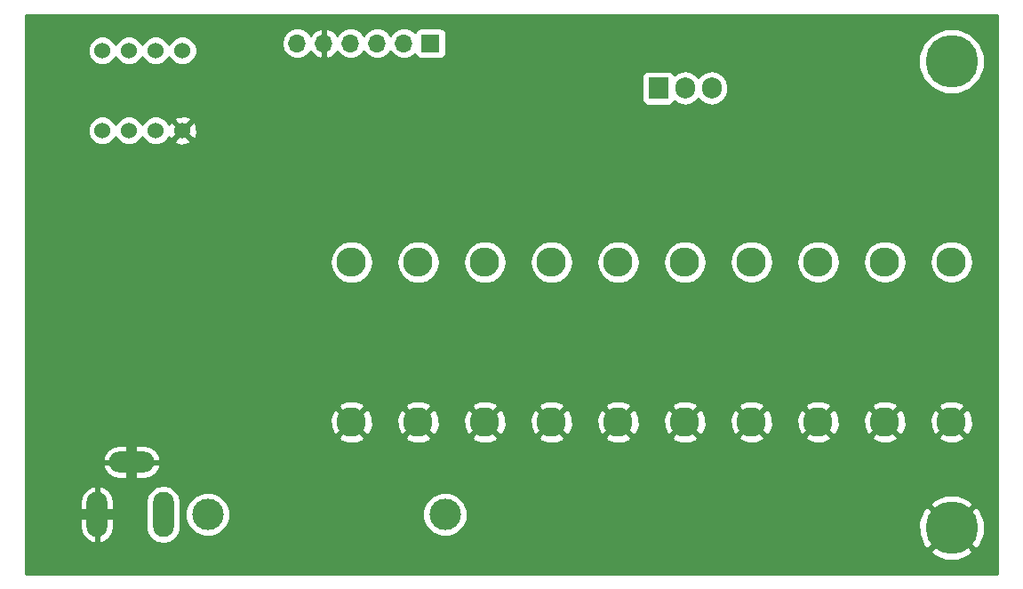
<source format=gbl>
G04 #@! TF.GenerationSoftware,KiCad,Pcbnew,(5.0.2)-1*
G04 #@! TF.CreationDate,2019-02-19T19:48:52+01:00*
G04 #@! TF.ProjectId,rload,726c6f61-642e-46b6-9963-61645f706362,rev?*
G04 #@! TF.SameCoordinates,Original*
G04 #@! TF.FileFunction,Copper,L2,Bot*
G04 #@! TF.FilePolarity,Positive*
%FSLAX46Y46*%
G04 Gerber Fmt 4.6, Leading zero omitted, Abs format (unit mm)*
G04 Created by KiCad (PCBNEW (5.0.2)-1) date 19.02.2019 19:48:52*
%MOMM*%
%LPD*%
G01*
G04 APERTURE LIST*
G04 #@! TA.AperFunction,ComponentPad*
%ADD10C,5.000000*%
G04 #@! TD*
G04 #@! TA.AperFunction,ComponentPad*
%ADD11C,3.000000*%
G04 #@! TD*
G04 #@! TA.AperFunction,ComponentPad*
%ADD12O,4.300000X2.000000*%
G04 #@! TD*
G04 #@! TA.AperFunction,ComponentPad*
%ADD13O,2.000000X4.300000*%
G04 #@! TD*
G04 #@! TA.AperFunction,ComponentPad*
%ADD14C,1.524000*%
G04 #@! TD*
G04 #@! TA.AperFunction,ComponentPad*
%ADD15O,1.700000X1.700000*%
G04 #@! TD*
G04 #@! TA.AperFunction,ComponentPad*
%ADD16R,1.700000X1.700000*%
G04 #@! TD*
G04 #@! TA.AperFunction,ComponentPad*
%ADD17O,1.905000X2.000000*%
G04 #@! TD*
G04 #@! TA.AperFunction,ComponentPad*
%ADD18R,1.905000X2.000000*%
G04 #@! TD*
G04 #@! TA.AperFunction,ComponentPad*
%ADD19O,2.800000X2.800000*%
G04 #@! TD*
G04 #@! TA.AperFunction,ComponentPad*
%ADD20C,2.800000*%
G04 #@! TD*
G04 #@! TA.AperFunction,ViaPad*
%ADD21C,0.800000*%
G04 #@! TD*
G04 #@! TA.AperFunction,Conductor*
%ADD22C,1.000000*%
G04 #@! TD*
G04 #@! TA.AperFunction,Conductor*
%ADD23C,0.254000*%
G04 #@! TD*
G04 APERTURE END LIST*
D10*
G04 #@! TO.P,J1,1*
G04 #@! TO.N,Net-(J1-Pad1)*
X199390000Y-77470000D03*
G04 #@! TD*
G04 #@! TO.P,J2,1*
G04 #@! TO.N,GND*
X199390000Y-121920000D03*
G04 #@! TD*
D11*
G04 #@! TO.P,F1,2*
G04 #@! TO.N,Net-(F1-Pad2)*
X128530000Y-120650000D03*
G04 #@! TO.P,F1,1*
G04 #@! TO.N,+5V*
X151130000Y-120650000D03*
G04 #@! TD*
D12*
G04 #@! TO.P,J4,3*
G04 #@! TO.N,GND*
X121290000Y-115650000D03*
D13*
G04 #@! TO.P,J4,2*
X117990000Y-120650000D03*
G04 #@! TO.P,J4,1*
G04 #@! TO.N,Net-(F1-Pad2)*
X124290000Y-120650000D03*
G04 #@! TD*
D14*
G04 #@! TO.P,U1,8*
G04 #@! TO.N,ADC*
X118500000Y-84060000D03*
G04 #@! TO.P,U1,7*
G04 #@! TO.N,SI*
X121040000Y-84060000D03*
G04 #@! TO.P,U1,6*
G04 #@! TO.N,RS*
X123580000Y-84060000D03*
G04 #@! TO.P,U1,5*
G04 #@! TO.N,GND*
X126120000Y-84060000D03*
G04 #@! TO.P,U1,4*
G04 #@! TO.N,PWM*
X126120000Y-76440000D03*
G04 #@! TO.P,U1,3*
G04 #@! TO.N,CSB*
X123580000Y-76440000D03*
G04 #@! TO.P,U1,2*
G04 #@! TO.N,SCLK*
X121040000Y-76440000D03*
G04 #@! TO.P,U1,1*
G04 #@! TO.N,+5V*
X118500000Y-76440000D03*
G04 #@! TD*
D15*
G04 #@! TO.P,J3,6*
G04 #@! TO.N,+5V*
X137070000Y-75750000D03*
G04 #@! TO.P,J3,5*
G04 #@! TO.N,GND*
X139610000Y-75750000D03*
G04 #@! TO.P,J3,4*
G04 #@! TO.N,CSB*
X142150000Y-75750000D03*
G04 #@! TO.P,J3,3*
G04 #@! TO.N,RS*
X144690000Y-75750000D03*
G04 #@! TO.P,J3,2*
G04 #@! TO.N,SCLK*
X147230000Y-75750000D03*
D16*
G04 #@! TO.P,J3,1*
G04 #@! TO.N,SI*
X149770000Y-75750000D03*
G04 #@! TD*
D17*
G04 #@! TO.P,Q1,3*
G04 #@! TO.N,I_SENSE*
X176530000Y-80010000D03*
G04 #@! TO.P,Q1,2*
G04 #@! TO.N,Net-(J1-Pad1)*
X173990000Y-80010000D03*
D18*
G04 #@! TO.P,Q1,1*
G04 #@! TO.N,Net-(Q1-Pad1)*
X171450000Y-80010000D03*
G04 #@! TD*
D19*
G04 #@! TO.P,R8,2*
G04 #@! TO.N,I_SENSE*
X173983172Y-96591686D03*
D20*
G04 #@! TO.P,R8,1*
G04 #@! TO.N,GND*
X173983172Y-111831686D03*
G04 #@! TD*
D19*
G04 #@! TO.P,R7,2*
G04 #@! TO.N,I_SENSE*
X180333172Y-96577686D03*
D20*
G04 #@! TO.P,R7,1*
G04 #@! TO.N,GND*
X180333172Y-111817686D03*
G04 #@! TD*
D19*
G04 #@! TO.P,R6,2*
G04 #@! TO.N,I_SENSE*
X186683172Y-96577686D03*
D20*
G04 #@! TO.P,R6,1*
G04 #@! TO.N,GND*
X186683172Y-111817686D03*
G04 #@! TD*
D19*
G04 #@! TO.P,R5,2*
G04 #@! TO.N,I_SENSE*
X193033172Y-96577686D03*
D20*
G04 #@! TO.P,R5,1*
G04 #@! TO.N,GND*
X193033172Y-111817686D03*
G04 #@! TD*
D19*
G04 #@! TO.P,R4,2*
G04 #@! TO.N,I_SENSE*
X199383172Y-96577686D03*
D20*
G04 #@! TO.P,R4,1*
G04 #@! TO.N,GND*
X199383172Y-111817686D03*
G04 #@! TD*
D19*
G04 #@! TO.P,R9,2*
G04 #@! TO.N,I_SENSE*
X167633172Y-96591686D03*
D20*
G04 #@! TO.P,R9,1*
G04 #@! TO.N,GND*
X167633172Y-111831686D03*
G04 #@! TD*
D19*
G04 #@! TO.P,R10,2*
G04 #@! TO.N,I_SENSE*
X161283172Y-96591686D03*
D20*
G04 #@! TO.P,R10,1*
G04 #@! TO.N,GND*
X161283172Y-111831686D03*
G04 #@! TD*
D19*
G04 #@! TO.P,R11,2*
G04 #@! TO.N,I_SENSE*
X154933172Y-96591686D03*
D20*
G04 #@! TO.P,R11,1*
G04 #@! TO.N,GND*
X154933172Y-111831686D03*
G04 #@! TD*
D19*
G04 #@! TO.P,R12,2*
G04 #@! TO.N,I_SENSE*
X148583172Y-96591686D03*
D20*
G04 #@! TO.P,R12,1*
G04 #@! TO.N,GND*
X148583172Y-111831686D03*
G04 #@! TD*
D19*
G04 #@! TO.P,R13,2*
G04 #@! TO.N,I_SENSE*
X142233172Y-96591686D03*
D20*
G04 #@! TO.P,R13,1*
G04 #@! TO.N,GND*
X142233172Y-111831686D03*
G04 #@! TD*
D21*
G04 #@! TO.N,GND*
X168910000Y-85090000D03*
X147320000Y-85090000D03*
X133350000Y-102870000D03*
X135890000Y-99060000D03*
X128270000Y-97790000D03*
X121920000Y-97790000D03*
X120650000Y-92710000D03*
X124460000Y-81280000D03*
X134620000Y-87630000D03*
X132080000Y-80010000D03*
X116840000Y-78740000D03*
X115570000Y-74930000D03*
X151765000Y-78740000D03*
X151765000Y-74295000D03*
X113284000Y-91440000D03*
X113538000Y-84074000D03*
X133858000Y-84074000D03*
X131572000Y-93726000D03*
X121920000Y-104140000D03*
X132842000Y-96774000D03*
X126723662Y-81003662D03*
X128730000Y-88850000D03*
X132080000Y-76200000D03*
X138730000Y-91750000D03*
X118230000Y-79750000D03*
X161230000Y-79750000D03*
X124230000Y-109250000D03*
X128730000Y-102750000D03*
X115730000Y-106250000D03*
X131230000Y-107250000D03*
G04 #@! TD*
D22*
G04 #@! TO.N,GND*
X121290000Y-117790000D02*
X121290000Y-115650000D01*
X121290000Y-113650000D02*
X121500000Y-113440000D01*
X121290000Y-115650000D02*
X121290000Y-113650000D01*
X117990000Y-120650000D02*
X114850000Y-120650000D01*
X119990000Y-120650000D02*
X120140000Y-120500000D01*
X117990000Y-120650000D02*
X119990000Y-120650000D01*
G04 #@! TD*
D23*
G04 #@! TO.N,GND*
G36*
X203760001Y-126290000D02*
X111200000Y-126290000D01*
X111200000Y-124155880D01*
X197333725Y-124155880D01*
X197615421Y-124578564D01*
X198767892Y-125055294D01*
X200015072Y-125054705D01*
X201164579Y-124578564D01*
X201446275Y-124155880D01*
X199390000Y-122099605D01*
X197333725Y-124155880D01*
X111200000Y-124155880D01*
X111200000Y-120777000D01*
X116355000Y-120777000D01*
X116355000Y-121927000D01*
X116528058Y-122543020D01*
X116923683Y-123045922D01*
X117481645Y-123359144D01*
X117609566Y-123390124D01*
X117863000Y-123270777D01*
X117863000Y-120777000D01*
X118117000Y-120777000D01*
X118117000Y-123270777D01*
X118370434Y-123390124D01*
X118498355Y-123359144D01*
X119056317Y-123045922D01*
X119451942Y-122543020D01*
X119625000Y-121927000D01*
X119625000Y-120777000D01*
X118117000Y-120777000D01*
X117863000Y-120777000D01*
X116355000Y-120777000D01*
X111200000Y-120777000D01*
X111200000Y-119373000D01*
X116355000Y-119373000D01*
X116355000Y-120523000D01*
X117863000Y-120523000D01*
X117863000Y-118029223D01*
X118117000Y-118029223D01*
X118117000Y-120523000D01*
X119625000Y-120523000D01*
X119625000Y-119373000D01*
X119615440Y-119338970D01*
X122655000Y-119338970D01*
X122655001Y-121961031D01*
X122749865Y-122437945D01*
X123111232Y-122978769D01*
X123652056Y-123340136D01*
X124290000Y-123467031D01*
X124927945Y-123340136D01*
X125468769Y-122978769D01*
X125830136Y-122437945D01*
X125925000Y-121961031D01*
X125925000Y-120225322D01*
X126395000Y-120225322D01*
X126395000Y-121074678D01*
X126720034Y-121859380D01*
X127320620Y-122459966D01*
X128105322Y-122785000D01*
X128954678Y-122785000D01*
X129739380Y-122459966D01*
X130339966Y-121859380D01*
X130665000Y-121074678D01*
X130665000Y-120225322D01*
X148995000Y-120225322D01*
X148995000Y-121074678D01*
X149320034Y-121859380D01*
X149920620Y-122459966D01*
X150705322Y-122785000D01*
X151554678Y-122785000D01*
X152339380Y-122459966D01*
X152939966Y-121859380D01*
X153172541Y-121297892D01*
X196254706Y-121297892D01*
X196255295Y-122545072D01*
X196731436Y-123694579D01*
X197154120Y-123976275D01*
X199210395Y-121920000D01*
X199569605Y-121920000D01*
X201625880Y-123976275D01*
X202048564Y-123694579D01*
X202525294Y-122542108D01*
X202524705Y-121294928D01*
X202048564Y-120145421D01*
X201625880Y-119863725D01*
X199569605Y-121920000D01*
X199210395Y-121920000D01*
X197154120Y-119863725D01*
X196731436Y-120145421D01*
X196254706Y-121297892D01*
X153172541Y-121297892D01*
X153265000Y-121074678D01*
X153265000Y-120225322D01*
X153040827Y-119684120D01*
X197333725Y-119684120D01*
X199390000Y-121740395D01*
X201446275Y-119684120D01*
X201164579Y-119261436D01*
X200012108Y-118784706D01*
X198764928Y-118785295D01*
X197615421Y-119261436D01*
X197333725Y-119684120D01*
X153040827Y-119684120D01*
X152939966Y-119440620D01*
X152339380Y-118840034D01*
X151554678Y-118515000D01*
X150705322Y-118515000D01*
X149920620Y-118840034D01*
X149320034Y-119440620D01*
X148995000Y-120225322D01*
X130665000Y-120225322D01*
X130339966Y-119440620D01*
X129739380Y-118840034D01*
X128954678Y-118515000D01*
X128105322Y-118515000D01*
X127320620Y-118840034D01*
X126720034Y-119440620D01*
X126395000Y-120225322D01*
X125925000Y-120225322D01*
X125925000Y-119338969D01*
X125830136Y-118862055D01*
X125468769Y-118321231D01*
X124927944Y-117959864D01*
X124290000Y-117832969D01*
X123652055Y-117959864D01*
X123111231Y-118321231D01*
X122749864Y-118862056D01*
X122655000Y-119338970D01*
X119615440Y-119338970D01*
X119451942Y-118756980D01*
X119056317Y-118254078D01*
X118498355Y-117940856D01*
X118370434Y-117909876D01*
X118117000Y-118029223D01*
X117863000Y-118029223D01*
X117609566Y-117909876D01*
X117481645Y-117940856D01*
X116923683Y-118254078D01*
X116528058Y-118756980D01*
X116355000Y-119373000D01*
X111200000Y-119373000D01*
X111200000Y-116030434D01*
X118549876Y-116030434D01*
X118580856Y-116158355D01*
X118894078Y-116716317D01*
X119396980Y-117111942D01*
X120013000Y-117285000D01*
X121163000Y-117285000D01*
X121163000Y-115777000D01*
X121417000Y-115777000D01*
X121417000Y-117285000D01*
X122567000Y-117285000D01*
X123183020Y-117111942D01*
X123685922Y-116716317D01*
X123999144Y-116158355D01*
X124030124Y-116030434D01*
X123910777Y-115777000D01*
X121417000Y-115777000D01*
X121163000Y-115777000D01*
X118669223Y-115777000D01*
X118549876Y-116030434D01*
X111200000Y-116030434D01*
X111200000Y-115269566D01*
X118549876Y-115269566D01*
X118669223Y-115523000D01*
X121163000Y-115523000D01*
X121163000Y-114015000D01*
X121417000Y-114015000D01*
X121417000Y-115523000D01*
X123910777Y-115523000D01*
X124030124Y-115269566D01*
X123999144Y-115141645D01*
X123685922Y-114583683D01*
X123183020Y-114188058D01*
X122567000Y-114015000D01*
X121417000Y-114015000D01*
X121163000Y-114015000D01*
X120013000Y-114015000D01*
X119396980Y-114188058D01*
X118894078Y-114583683D01*
X118580856Y-115141645D01*
X118549876Y-115269566D01*
X111200000Y-115269566D01*
X111200000Y-113273410D01*
X140971054Y-113273410D01*
X141118627Y-113581792D01*
X141873203Y-113875091D01*
X142682581Y-113857300D01*
X143347717Y-113581792D01*
X143495290Y-113273410D01*
X147321054Y-113273410D01*
X147468627Y-113581792D01*
X148223203Y-113875091D01*
X149032581Y-113857300D01*
X149697717Y-113581792D01*
X149845290Y-113273410D01*
X153671054Y-113273410D01*
X153818627Y-113581792D01*
X154573203Y-113875091D01*
X155382581Y-113857300D01*
X156047717Y-113581792D01*
X156195290Y-113273410D01*
X160021054Y-113273410D01*
X160168627Y-113581792D01*
X160923203Y-113875091D01*
X161732581Y-113857300D01*
X162397717Y-113581792D01*
X162545290Y-113273410D01*
X166371054Y-113273410D01*
X166518627Y-113581792D01*
X167273203Y-113875091D01*
X168082581Y-113857300D01*
X168747717Y-113581792D01*
X168895290Y-113273410D01*
X172721054Y-113273410D01*
X172868627Y-113581792D01*
X173623203Y-113875091D01*
X174432581Y-113857300D01*
X175097717Y-113581792D01*
X175245290Y-113273410D01*
X175231291Y-113259410D01*
X179071054Y-113259410D01*
X179218627Y-113567792D01*
X179973203Y-113861091D01*
X180782581Y-113843300D01*
X181447717Y-113567792D01*
X181595290Y-113259410D01*
X185421054Y-113259410D01*
X185568627Y-113567792D01*
X186323203Y-113861091D01*
X187132581Y-113843300D01*
X187797717Y-113567792D01*
X187945290Y-113259410D01*
X191771054Y-113259410D01*
X191918627Y-113567792D01*
X192673203Y-113861091D01*
X193482581Y-113843300D01*
X194147717Y-113567792D01*
X194295290Y-113259410D01*
X198121054Y-113259410D01*
X198268627Y-113567792D01*
X199023203Y-113861091D01*
X199832581Y-113843300D01*
X200497717Y-113567792D01*
X200645290Y-113259410D01*
X199383172Y-111997291D01*
X198121054Y-113259410D01*
X194295290Y-113259410D01*
X193033172Y-111997291D01*
X191771054Y-113259410D01*
X187945290Y-113259410D01*
X186683172Y-111997291D01*
X185421054Y-113259410D01*
X181595290Y-113259410D01*
X180333172Y-111997291D01*
X179071054Y-113259410D01*
X175231291Y-113259410D01*
X173983172Y-112011291D01*
X172721054Y-113273410D01*
X168895290Y-113273410D01*
X167633172Y-112011291D01*
X166371054Y-113273410D01*
X162545290Y-113273410D01*
X161283172Y-112011291D01*
X160021054Y-113273410D01*
X156195290Y-113273410D01*
X154933172Y-112011291D01*
X153671054Y-113273410D01*
X149845290Y-113273410D01*
X148583172Y-112011291D01*
X147321054Y-113273410D01*
X143495290Y-113273410D01*
X142233172Y-112011291D01*
X140971054Y-113273410D01*
X111200000Y-113273410D01*
X111200000Y-111471717D01*
X140189767Y-111471717D01*
X140207558Y-112281095D01*
X140483066Y-112946231D01*
X140791448Y-113093804D01*
X142053567Y-111831686D01*
X142412777Y-111831686D01*
X143674896Y-113093804D01*
X143983278Y-112946231D01*
X144276577Y-112191655D01*
X144260752Y-111471717D01*
X146539767Y-111471717D01*
X146557558Y-112281095D01*
X146833066Y-112946231D01*
X147141448Y-113093804D01*
X148403567Y-111831686D01*
X148762777Y-111831686D01*
X150024896Y-113093804D01*
X150333278Y-112946231D01*
X150626577Y-112191655D01*
X150610752Y-111471717D01*
X152889767Y-111471717D01*
X152907558Y-112281095D01*
X153183066Y-112946231D01*
X153491448Y-113093804D01*
X154753567Y-111831686D01*
X155112777Y-111831686D01*
X156374896Y-113093804D01*
X156683278Y-112946231D01*
X156976577Y-112191655D01*
X156960752Y-111471717D01*
X159239767Y-111471717D01*
X159257558Y-112281095D01*
X159533066Y-112946231D01*
X159841448Y-113093804D01*
X161103567Y-111831686D01*
X161462777Y-111831686D01*
X162724896Y-113093804D01*
X163033278Y-112946231D01*
X163326577Y-112191655D01*
X163310752Y-111471717D01*
X165589767Y-111471717D01*
X165607558Y-112281095D01*
X165883066Y-112946231D01*
X166191448Y-113093804D01*
X167453567Y-111831686D01*
X167812777Y-111831686D01*
X169074896Y-113093804D01*
X169383278Y-112946231D01*
X169676577Y-112191655D01*
X169660752Y-111471717D01*
X171939767Y-111471717D01*
X171957558Y-112281095D01*
X172233066Y-112946231D01*
X172541448Y-113093804D01*
X173803567Y-111831686D01*
X174162777Y-111831686D01*
X175424896Y-113093804D01*
X175733278Y-112946231D01*
X176026577Y-112191655D01*
X176010445Y-111457717D01*
X178289767Y-111457717D01*
X178307558Y-112267095D01*
X178583066Y-112932231D01*
X178891448Y-113079804D01*
X180153567Y-111817686D01*
X180512777Y-111817686D01*
X181774896Y-113079804D01*
X182083278Y-112932231D01*
X182376577Y-112177655D01*
X182360752Y-111457717D01*
X184639767Y-111457717D01*
X184657558Y-112267095D01*
X184933066Y-112932231D01*
X185241448Y-113079804D01*
X186503567Y-111817686D01*
X186862777Y-111817686D01*
X188124896Y-113079804D01*
X188433278Y-112932231D01*
X188726577Y-112177655D01*
X188710752Y-111457717D01*
X190989767Y-111457717D01*
X191007558Y-112267095D01*
X191283066Y-112932231D01*
X191591448Y-113079804D01*
X192853567Y-111817686D01*
X193212777Y-111817686D01*
X194474896Y-113079804D01*
X194783278Y-112932231D01*
X195076577Y-112177655D01*
X195060752Y-111457717D01*
X197339767Y-111457717D01*
X197357558Y-112267095D01*
X197633066Y-112932231D01*
X197941448Y-113079804D01*
X199203567Y-111817686D01*
X199562777Y-111817686D01*
X200824896Y-113079804D01*
X201133278Y-112932231D01*
X201426577Y-112177655D01*
X201408786Y-111368277D01*
X201133278Y-110703141D01*
X200824896Y-110555568D01*
X199562777Y-111817686D01*
X199203567Y-111817686D01*
X197941448Y-110555568D01*
X197633066Y-110703141D01*
X197339767Y-111457717D01*
X195060752Y-111457717D01*
X195058786Y-111368277D01*
X194783278Y-110703141D01*
X194474896Y-110555568D01*
X193212777Y-111817686D01*
X192853567Y-111817686D01*
X191591448Y-110555568D01*
X191283066Y-110703141D01*
X190989767Y-111457717D01*
X188710752Y-111457717D01*
X188708786Y-111368277D01*
X188433278Y-110703141D01*
X188124896Y-110555568D01*
X186862777Y-111817686D01*
X186503567Y-111817686D01*
X185241448Y-110555568D01*
X184933066Y-110703141D01*
X184639767Y-111457717D01*
X182360752Y-111457717D01*
X182358786Y-111368277D01*
X182083278Y-110703141D01*
X181774896Y-110555568D01*
X180512777Y-111817686D01*
X180153567Y-111817686D01*
X178891448Y-110555568D01*
X178583066Y-110703141D01*
X178289767Y-111457717D01*
X176010445Y-111457717D01*
X176008786Y-111382277D01*
X175733278Y-110717141D01*
X175424896Y-110569568D01*
X174162777Y-111831686D01*
X173803567Y-111831686D01*
X172541448Y-110569568D01*
X172233066Y-110717141D01*
X171939767Y-111471717D01*
X169660752Y-111471717D01*
X169658786Y-111382277D01*
X169383278Y-110717141D01*
X169074896Y-110569568D01*
X167812777Y-111831686D01*
X167453567Y-111831686D01*
X166191448Y-110569568D01*
X165883066Y-110717141D01*
X165589767Y-111471717D01*
X163310752Y-111471717D01*
X163308786Y-111382277D01*
X163033278Y-110717141D01*
X162724896Y-110569568D01*
X161462777Y-111831686D01*
X161103567Y-111831686D01*
X159841448Y-110569568D01*
X159533066Y-110717141D01*
X159239767Y-111471717D01*
X156960752Y-111471717D01*
X156958786Y-111382277D01*
X156683278Y-110717141D01*
X156374896Y-110569568D01*
X155112777Y-111831686D01*
X154753567Y-111831686D01*
X153491448Y-110569568D01*
X153183066Y-110717141D01*
X152889767Y-111471717D01*
X150610752Y-111471717D01*
X150608786Y-111382277D01*
X150333278Y-110717141D01*
X150024896Y-110569568D01*
X148762777Y-111831686D01*
X148403567Y-111831686D01*
X147141448Y-110569568D01*
X146833066Y-110717141D01*
X146539767Y-111471717D01*
X144260752Y-111471717D01*
X144258786Y-111382277D01*
X143983278Y-110717141D01*
X143674896Y-110569568D01*
X142412777Y-111831686D01*
X142053567Y-111831686D01*
X140791448Y-110569568D01*
X140483066Y-110717141D01*
X140189767Y-111471717D01*
X111200000Y-111471717D01*
X111200000Y-110389962D01*
X140971054Y-110389962D01*
X142233172Y-111652081D01*
X143495290Y-110389962D01*
X147321054Y-110389962D01*
X148583172Y-111652081D01*
X149845290Y-110389962D01*
X153671054Y-110389962D01*
X154933172Y-111652081D01*
X156195290Y-110389962D01*
X160021054Y-110389962D01*
X161283172Y-111652081D01*
X162545290Y-110389962D01*
X166371054Y-110389962D01*
X167633172Y-111652081D01*
X168895290Y-110389962D01*
X172721054Y-110389962D01*
X173983172Y-111652081D01*
X175245290Y-110389962D01*
X175238591Y-110375962D01*
X179071054Y-110375962D01*
X180333172Y-111638081D01*
X181595290Y-110375962D01*
X185421054Y-110375962D01*
X186683172Y-111638081D01*
X187945290Y-110375962D01*
X191771054Y-110375962D01*
X193033172Y-111638081D01*
X194295290Y-110375962D01*
X198121054Y-110375962D01*
X199383172Y-111638081D01*
X200645290Y-110375962D01*
X200497717Y-110067580D01*
X199743141Y-109774281D01*
X198933763Y-109792072D01*
X198268627Y-110067580D01*
X198121054Y-110375962D01*
X194295290Y-110375962D01*
X194147717Y-110067580D01*
X193393141Y-109774281D01*
X192583763Y-109792072D01*
X191918627Y-110067580D01*
X191771054Y-110375962D01*
X187945290Y-110375962D01*
X187797717Y-110067580D01*
X187043141Y-109774281D01*
X186233763Y-109792072D01*
X185568627Y-110067580D01*
X185421054Y-110375962D01*
X181595290Y-110375962D01*
X181447717Y-110067580D01*
X180693141Y-109774281D01*
X179883763Y-109792072D01*
X179218627Y-110067580D01*
X179071054Y-110375962D01*
X175238591Y-110375962D01*
X175097717Y-110081580D01*
X174343141Y-109788281D01*
X173533763Y-109806072D01*
X172868627Y-110081580D01*
X172721054Y-110389962D01*
X168895290Y-110389962D01*
X168747717Y-110081580D01*
X167993141Y-109788281D01*
X167183763Y-109806072D01*
X166518627Y-110081580D01*
X166371054Y-110389962D01*
X162545290Y-110389962D01*
X162397717Y-110081580D01*
X161643141Y-109788281D01*
X160833763Y-109806072D01*
X160168627Y-110081580D01*
X160021054Y-110389962D01*
X156195290Y-110389962D01*
X156047717Y-110081580D01*
X155293141Y-109788281D01*
X154483763Y-109806072D01*
X153818627Y-110081580D01*
X153671054Y-110389962D01*
X149845290Y-110389962D01*
X149697717Y-110081580D01*
X148943141Y-109788281D01*
X148133763Y-109806072D01*
X147468627Y-110081580D01*
X147321054Y-110389962D01*
X143495290Y-110389962D01*
X143347717Y-110081580D01*
X142593141Y-109788281D01*
X141783763Y-109806072D01*
X141118627Y-110081580D01*
X140971054Y-110389962D01*
X111200000Y-110389962D01*
X111200000Y-96591686D01*
X140158304Y-96591686D01*
X140316244Y-97385704D01*
X140766019Y-98058839D01*
X141439154Y-98508614D01*
X142032742Y-98626686D01*
X142433602Y-98626686D01*
X143027190Y-98508614D01*
X143700325Y-98058839D01*
X144150100Y-97385704D01*
X144308040Y-96591686D01*
X146508304Y-96591686D01*
X146666244Y-97385704D01*
X147116019Y-98058839D01*
X147789154Y-98508614D01*
X148382742Y-98626686D01*
X148783602Y-98626686D01*
X149377190Y-98508614D01*
X150050325Y-98058839D01*
X150500100Y-97385704D01*
X150658040Y-96591686D01*
X152858304Y-96591686D01*
X153016244Y-97385704D01*
X153466019Y-98058839D01*
X154139154Y-98508614D01*
X154732742Y-98626686D01*
X155133602Y-98626686D01*
X155727190Y-98508614D01*
X156400325Y-98058839D01*
X156850100Y-97385704D01*
X157008040Y-96591686D01*
X159208304Y-96591686D01*
X159366244Y-97385704D01*
X159816019Y-98058839D01*
X160489154Y-98508614D01*
X161082742Y-98626686D01*
X161483602Y-98626686D01*
X162077190Y-98508614D01*
X162750325Y-98058839D01*
X163200100Y-97385704D01*
X163358040Y-96591686D01*
X165558304Y-96591686D01*
X165716244Y-97385704D01*
X166166019Y-98058839D01*
X166839154Y-98508614D01*
X167432742Y-98626686D01*
X167833602Y-98626686D01*
X168427190Y-98508614D01*
X169100325Y-98058839D01*
X169550100Y-97385704D01*
X169708040Y-96591686D01*
X171908304Y-96591686D01*
X172066244Y-97385704D01*
X172516019Y-98058839D01*
X173189154Y-98508614D01*
X173782742Y-98626686D01*
X174183602Y-98626686D01*
X174777190Y-98508614D01*
X175450325Y-98058839D01*
X175900100Y-97385704D01*
X176058040Y-96591686D01*
X176055256Y-96577686D01*
X178258304Y-96577686D01*
X178416244Y-97371704D01*
X178866019Y-98044839D01*
X179539154Y-98494614D01*
X180132742Y-98612686D01*
X180533602Y-98612686D01*
X181127190Y-98494614D01*
X181800325Y-98044839D01*
X182250100Y-97371704D01*
X182408040Y-96577686D01*
X184608304Y-96577686D01*
X184766244Y-97371704D01*
X185216019Y-98044839D01*
X185889154Y-98494614D01*
X186482742Y-98612686D01*
X186883602Y-98612686D01*
X187477190Y-98494614D01*
X188150325Y-98044839D01*
X188600100Y-97371704D01*
X188758040Y-96577686D01*
X190958304Y-96577686D01*
X191116244Y-97371704D01*
X191566019Y-98044839D01*
X192239154Y-98494614D01*
X192832742Y-98612686D01*
X193233602Y-98612686D01*
X193827190Y-98494614D01*
X194500325Y-98044839D01*
X194950100Y-97371704D01*
X195108040Y-96577686D01*
X197308304Y-96577686D01*
X197466244Y-97371704D01*
X197916019Y-98044839D01*
X198589154Y-98494614D01*
X199182742Y-98612686D01*
X199583602Y-98612686D01*
X200177190Y-98494614D01*
X200850325Y-98044839D01*
X201300100Y-97371704D01*
X201458040Y-96577686D01*
X201300100Y-95783668D01*
X200850325Y-95110533D01*
X200177190Y-94660758D01*
X199583602Y-94542686D01*
X199182742Y-94542686D01*
X198589154Y-94660758D01*
X197916019Y-95110533D01*
X197466244Y-95783668D01*
X197308304Y-96577686D01*
X195108040Y-96577686D01*
X194950100Y-95783668D01*
X194500325Y-95110533D01*
X193827190Y-94660758D01*
X193233602Y-94542686D01*
X192832742Y-94542686D01*
X192239154Y-94660758D01*
X191566019Y-95110533D01*
X191116244Y-95783668D01*
X190958304Y-96577686D01*
X188758040Y-96577686D01*
X188600100Y-95783668D01*
X188150325Y-95110533D01*
X187477190Y-94660758D01*
X186883602Y-94542686D01*
X186482742Y-94542686D01*
X185889154Y-94660758D01*
X185216019Y-95110533D01*
X184766244Y-95783668D01*
X184608304Y-96577686D01*
X182408040Y-96577686D01*
X182250100Y-95783668D01*
X181800325Y-95110533D01*
X181127190Y-94660758D01*
X180533602Y-94542686D01*
X180132742Y-94542686D01*
X179539154Y-94660758D01*
X178866019Y-95110533D01*
X178416244Y-95783668D01*
X178258304Y-96577686D01*
X176055256Y-96577686D01*
X175900100Y-95797668D01*
X175450325Y-95124533D01*
X174777190Y-94674758D01*
X174183602Y-94556686D01*
X173782742Y-94556686D01*
X173189154Y-94674758D01*
X172516019Y-95124533D01*
X172066244Y-95797668D01*
X171908304Y-96591686D01*
X169708040Y-96591686D01*
X169550100Y-95797668D01*
X169100325Y-95124533D01*
X168427190Y-94674758D01*
X167833602Y-94556686D01*
X167432742Y-94556686D01*
X166839154Y-94674758D01*
X166166019Y-95124533D01*
X165716244Y-95797668D01*
X165558304Y-96591686D01*
X163358040Y-96591686D01*
X163200100Y-95797668D01*
X162750325Y-95124533D01*
X162077190Y-94674758D01*
X161483602Y-94556686D01*
X161082742Y-94556686D01*
X160489154Y-94674758D01*
X159816019Y-95124533D01*
X159366244Y-95797668D01*
X159208304Y-96591686D01*
X157008040Y-96591686D01*
X156850100Y-95797668D01*
X156400325Y-95124533D01*
X155727190Y-94674758D01*
X155133602Y-94556686D01*
X154732742Y-94556686D01*
X154139154Y-94674758D01*
X153466019Y-95124533D01*
X153016244Y-95797668D01*
X152858304Y-96591686D01*
X150658040Y-96591686D01*
X150500100Y-95797668D01*
X150050325Y-95124533D01*
X149377190Y-94674758D01*
X148783602Y-94556686D01*
X148382742Y-94556686D01*
X147789154Y-94674758D01*
X147116019Y-95124533D01*
X146666244Y-95797668D01*
X146508304Y-96591686D01*
X144308040Y-96591686D01*
X144150100Y-95797668D01*
X143700325Y-95124533D01*
X143027190Y-94674758D01*
X142433602Y-94556686D01*
X142032742Y-94556686D01*
X141439154Y-94674758D01*
X140766019Y-95124533D01*
X140316244Y-95797668D01*
X140158304Y-96591686D01*
X111200000Y-96591686D01*
X111200000Y-83782119D01*
X117103000Y-83782119D01*
X117103000Y-84337881D01*
X117315680Y-84851337D01*
X117708663Y-85244320D01*
X118222119Y-85457000D01*
X118777881Y-85457000D01*
X119291337Y-85244320D01*
X119684320Y-84851337D01*
X119770000Y-84644487D01*
X119855680Y-84851337D01*
X120248663Y-85244320D01*
X120762119Y-85457000D01*
X121317881Y-85457000D01*
X121831337Y-85244320D01*
X122224320Y-84851337D01*
X122310000Y-84644487D01*
X122395680Y-84851337D01*
X122788663Y-85244320D01*
X123302119Y-85457000D01*
X123857881Y-85457000D01*
X124371337Y-85244320D01*
X124575444Y-85040213D01*
X125319392Y-85040213D01*
X125388857Y-85282397D01*
X125912302Y-85469144D01*
X126467368Y-85441362D01*
X126851143Y-85282397D01*
X126920608Y-85040213D01*
X126120000Y-84239605D01*
X125319392Y-85040213D01*
X124575444Y-85040213D01*
X124764320Y-84851337D01*
X124843428Y-84660353D01*
X124897603Y-84791143D01*
X125139787Y-84860608D01*
X125940395Y-84060000D01*
X126299605Y-84060000D01*
X127100213Y-84860608D01*
X127342397Y-84791143D01*
X127529144Y-84267698D01*
X127501362Y-83712632D01*
X127342397Y-83328857D01*
X127100213Y-83259392D01*
X126299605Y-84060000D01*
X125940395Y-84060000D01*
X125139787Y-83259392D01*
X124897603Y-83328857D01*
X124847465Y-83469393D01*
X124764320Y-83268663D01*
X124575444Y-83079787D01*
X125319392Y-83079787D01*
X126120000Y-83880395D01*
X126920608Y-83079787D01*
X126851143Y-82837603D01*
X126327698Y-82650856D01*
X125772632Y-82678638D01*
X125388857Y-82837603D01*
X125319392Y-83079787D01*
X124575444Y-83079787D01*
X124371337Y-82875680D01*
X123857881Y-82663000D01*
X123302119Y-82663000D01*
X122788663Y-82875680D01*
X122395680Y-83268663D01*
X122310000Y-83475513D01*
X122224320Y-83268663D01*
X121831337Y-82875680D01*
X121317881Y-82663000D01*
X120762119Y-82663000D01*
X120248663Y-82875680D01*
X119855680Y-83268663D01*
X119770000Y-83475513D01*
X119684320Y-83268663D01*
X119291337Y-82875680D01*
X118777881Y-82663000D01*
X118222119Y-82663000D01*
X117708663Y-82875680D01*
X117315680Y-83268663D01*
X117103000Y-83782119D01*
X111200000Y-83782119D01*
X111200000Y-79010000D01*
X169850060Y-79010000D01*
X169850060Y-81010000D01*
X169899343Y-81257765D01*
X170039691Y-81467809D01*
X170249735Y-81608157D01*
X170497500Y-81657440D01*
X172402500Y-81657440D01*
X172650265Y-81608157D01*
X172860309Y-81467809D01*
X172978509Y-81290912D01*
X173370590Y-81552891D01*
X173990000Y-81676100D01*
X174609411Y-81552891D01*
X175134523Y-81202023D01*
X175260000Y-81014233D01*
X175385477Y-81202023D01*
X175910590Y-81552891D01*
X176530000Y-81676100D01*
X177149411Y-81552891D01*
X177674523Y-81202023D01*
X178025391Y-80676910D01*
X178117500Y-80213849D01*
X178117500Y-79806150D01*
X178025391Y-79343089D01*
X177674523Y-78817977D01*
X177149410Y-78467109D01*
X176530000Y-78343900D01*
X175910589Y-78467109D01*
X175385477Y-78817977D01*
X175260000Y-79005767D01*
X175134523Y-78817977D01*
X174609410Y-78467109D01*
X173990000Y-78343900D01*
X173370589Y-78467109D01*
X172978509Y-78729088D01*
X172860309Y-78552191D01*
X172650265Y-78411843D01*
X172402500Y-78362560D01*
X170497500Y-78362560D01*
X170249735Y-78411843D01*
X170039691Y-78552191D01*
X169899343Y-78762235D01*
X169850060Y-79010000D01*
X111200000Y-79010000D01*
X111200000Y-76162119D01*
X117103000Y-76162119D01*
X117103000Y-76717881D01*
X117315680Y-77231337D01*
X117708663Y-77624320D01*
X118222119Y-77837000D01*
X118777881Y-77837000D01*
X119291337Y-77624320D01*
X119684320Y-77231337D01*
X119770000Y-77024487D01*
X119855680Y-77231337D01*
X120248663Y-77624320D01*
X120762119Y-77837000D01*
X121317881Y-77837000D01*
X121831337Y-77624320D01*
X122224320Y-77231337D01*
X122310000Y-77024487D01*
X122395680Y-77231337D01*
X122788663Y-77624320D01*
X123302119Y-77837000D01*
X123857881Y-77837000D01*
X124371337Y-77624320D01*
X124764320Y-77231337D01*
X124850000Y-77024487D01*
X124935680Y-77231337D01*
X125328663Y-77624320D01*
X125842119Y-77837000D01*
X126397881Y-77837000D01*
X126911337Y-77624320D01*
X127304320Y-77231337D01*
X127517000Y-76717881D01*
X127517000Y-76162119D01*
X127346296Y-75750000D01*
X135555908Y-75750000D01*
X135671161Y-76329418D01*
X135999375Y-76820625D01*
X136490582Y-77148839D01*
X136923744Y-77235000D01*
X137216256Y-77235000D01*
X137649418Y-77148839D01*
X138140625Y-76820625D01*
X138353843Y-76501522D01*
X138414817Y-76631358D01*
X138843076Y-77021645D01*
X139253110Y-77191476D01*
X139483000Y-77070155D01*
X139483000Y-75877000D01*
X139463000Y-75877000D01*
X139463000Y-75623000D01*
X139483000Y-75623000D01*
X139483000Y-74429845D01*
X139737000Y-74429845D01*
X139737000Y-75623000D01*
X139757000Y-75623000D01*
X139757000Y-75877000D01*
X139737000Y-75877000D01*
X139737000Y-77070155D01*
X139966890Y-77191476D01*
X140376924Y-77021645D01*
X140805183Y-76631358D01*
X140866157Y-76501522D01*
X141079375Y-76820625D01*
X141570582Y-77148839D01*
X142003744Y-77235000D01*
X142296256Y-77235000D01*
X142729418Y-77148839D01*
X143220625Y-76820625D01*
X143420000Y-76522239D01*
X143619375Y-76820625D01*
X144110582Y-77148839D01*
X144543744Y-77235000D01*
X144836256Y-77235000D01*
X145269418Y-77148839D01*
X145760625Y-76820625D01*
X145960000Y-76522239D01*
X146159375Y-76820625D01*
X146650582Y-77148839D01*
X147083744Y-77235000D01*
X147376256Y-77235000D01*
X147809418Y-77148839D01*
X148300625Y-76820625D01*
X148312816Y-76802381D01*
X148321843Y-76847765D01*
X148462191Y-77057809D01*
X148672235Y-77198157D01*
X148920000Y-77247440D01*
X150620000Y-77247440D01*
X150867765Y-77198157D01*
X151077809Y-77057809D01*
X151218157Y-76847765D01*
X151218426Y-76846410D01*
X196255000Y-76846410D01*
X196255000Y-78093590D01*
X196732276Y-79245835D01*
X197614165Y-80127724D01*
X198766410Y-80605000D01*
X200013590Y-80605000D01*
X201165835Y-80127724D01*
X202047724Y-79245835D01*
X202525000Y-78093590D01*
X202525000Y-76846410D01*
X202047724Y-75694165D01*
X201165835Y-74812276D01*
X200013590Y-74335000D01*
X198766410Y-74335000D01*
X197614165Y-74812276D01*
X196732276Y-75694165D01*
X196255000Y-76846410D01*
X151218426Y-76846410D01*
X151267440Y-76600000D01*
X151267440Y-74900000D01*
X151218157Y-74652235D01*
X151077809Y-74442191D01*
X150867765Y-74301843D01*
X150620000Y-74252560D01*
X148920000Y-74252560D01*
X148672235Y-74301843D01*
X148462191Y-74442191D01*
X148321843Y-74652235D01*
X148312816Y-74697619D01*
X148300625Y-74679375D01*
X147809418Y-74351161D01*
X147376256Y-74265000D01*
X147083744Y-74265000D01*
X146650582Y-74351161D01*
X146159375Y-74679375D01*
X145960000Y-74977761D01*
X145760625Y-74679375D01*
X145269418Y-74351161D01*
X144836256Y-74265000D01*
X144543744Y-74265000D01*
X144110582Y-74351161D01*
X143619375Y-74679375D01*
X143420000Y-74977761D01*
X143220625Y-74679375D01*
X142729418Y-74351161D01*
X142296256Y-74265000D01*
X142003744Y-74265000D01*
X141570582Y-74351161D01*
X141079375Y-74679375D01*
X140866157Y-74998478D01*
X140805183Y-74868642D01*
X140376924Y-74478355D01*
X139966890Y-74308524D01*
X139737000Y-74429845D01*
X139483000Y-74429845D01*
X139253110Y-74308524D01*
X138843076Y-74478355D01*
X138414817Y-74868642D01*
X138353843Y-74998478D01*
X138140625Y-74679375D01*
X137649418Y-74351161D01*
X137216256Y-74265000D01*
X136923744Y-74265000D01*
X136490582Y-74351161D01*
X135999375Y-74679375D01*
X135671161Y-75170582D01*
X135555908Y-75750000D01*
X127346296Y-75750000D01*
X127304320Y-75648663D01*
X126911337Y-75255680D01*
X126397881Y-75043000D01*
X125842119Y-75043000D01*
X125328663Y-75255680D01*
X124935680Y-75648663D01*
X124850000Y-75855513D01*
X124764320Y-75648663D01*
X124371337Y-75255680D01*
X123857881Y-75043000D01*
X123302119Y-75043000D01*
X122788663Y-75255680D01*
X122395680Y-75648663D01*
X122310000Y-75855513D01*
X122224320Y-75648663D01*
X121831337Y-75255680D01*
X121317881Y-75043000D01*
X120762119Y-75043000D01*
X120248663Y-75255680D01*
X119855680Y-75648663D01*
X119770000Y-75855513D01*
X119684320Y-75648663D01*
X119291337Y-75255680D01*
X118777881Y-75043000D01*
X118222119Y-75043000D01*
X117708663Y-75255680D01*
X117315680Y-75648663D01*
X117103000Y-76162119D01*
X111200000Y-76162119D01*
X111200000Y-73100000D01*
X203760000Y-73100000D01*
X203760001Y-126290000D01*
X203760001Y-126290000D01*
G37*
X203760001Y-126290000D02*
X111200000Y-126290000D01*
X111200000Y-124155880D01*
X197333725Y-124155880D01*
X197615421Y-124578564D01*
X198767892Y-125055294D01*
X200015072Y-125054705D01*
X201164579Y-124578564D01*
X201446275Y-124155880D01*
X199390000Y-122099605D01*
X197333725Y-124155880D01*
X111200000Y-124155880D01*
X111200000Y-120777000D01*
X116355000Y-120777000D01*
X116355000Y-121927000D01*
X116528058Y-122543020D01*
X116923683Y-123045922D01*
X117481645Y-123359144D01*
X117609566Y-123390124D01*
X117863000Y-123270777D01*
X117863000Y-120777000D01*
X118117000Y-120777000D01*
X118117000Y-123270777D01*
X118370434Y-123390124D01*
X118498355Y-123359144D01*
X119056317Y-123045922D01*
X119451942Y-122543020D01*
X119625000Y-121927000D01*
X119625000Y-120777000D01*
X118117000Y-120777000D01*
X117863000Y-120777000D01*
X116355000Y-120777000D01*
X111200000Y-120777000D01*
X111200000Y-119373000D01*
X116355000Y-119373000D01*
X116355000Y-120523000D01*
X117863000Y-120523000D01*
X117863000Y-118029223D01*
X118117000Y-118029223D01*
X118117000Y-120523000D01*
X119625000Y-120523000D01*
X119625000Y-119373000D01*
X119615440Y-119338970D01*
X122655000Y-119338970D01*
X122655001Y-121961031D01*
X122749865Y-122437945D01*
X123111232Y-122978769D01*
X123652056Y-123340136D01*
X124290000Y-123467031D01*
X124927945Y-123340136D01*
X125468769Y-122978769D01*
X125830136Y-122437945D01*
X125925000Y-121961031D01*
X125925000Y-120225322D01*
X126395000Y-120225322D01*
X126395000Y-121074678D01*
X126720034Y-121859380D01*
X127320620Y-122459966D01*
X128105322Y-122785000D01*
X128954678Y-122785000D01*
X129739380Y-122459966D01*
X130339966Y-121859380D01*
X130665000Y-121074678D01*
X130665000Y-120225322D01*
X148995000Y-120225322D01*
X148995000Y-121074678D01*
X149320034Y-121859380D01*
X149920620Y-122459966D01*
X150705322Y-122785000D01*
X151554678Y-122785000D01*
X152339380Y-122459966D01*
X152939966Y-121859380D01*
X153172541Y-121297892D01*
X196254706Y-121297892D01*
X196255295Y-122545072D01*
X196731436Y-123694579D01*
X197154120Y-123976275D01*
X199210395Y-121920000D01*
X199569605Y-121920000D01*
X201625880Y-123976275D01*
X202048564Y-123694579D01*
X202525294Y-122542108D01*
X202524705Y-121294928D01*
X202048564Y-120145421D01*
X201625880Y-119863725D01*
X199569605Y-121920000D01*
X199210395Y-121920000D01*
X197154120Y-119863725D01*
X196731436Y-120145421D01*
X196254706Y-121297892D01*
X153172541Y-121297892D01*
X153265000Y-121074678D01*
X153265000Y-120225322D01*
X153040827Y-119684120D01*
X197333725Y-119684120D01*
X199390000Y-121740395D01*
X201446275Y-119684120D01*
X201164579Y-119261436D01*
X200012108Y-118784706D01*
X198764928Y-118785295D01*
X197615421Y-119261436D01*
X197333725Y-119684120D01*
X153040827Y-119684120D01*
X152939966Y-119440620D01*
X152339380Y-118840034D01*
X151554678Y-118515000D01*
X150705322Y-118515000D01*
X149920620Y-118840034D01*
X149320034Y-119440620D01*
X148995000Y-120225322D01*
X130665000Y-120225322D01*
X130339966Y-119440620D01*
X129739380Y-118840034D01*
X128954678Y-118515000D01*
X128105322Y-118515000D01*
X127320620Y-118840034D01*
X126720034Y-119440620D01*
X126395000Y-120225322D01*
X125925000Y-120225322D01*
X125925000Y-119338969D01*
X125830136Y-118862055D01*
X125468769Y-118321231D01*
X124927944Y-117959864D01*
X124290000Y-117832969D01*
X123652055Y-117959864D01*
X123111231Y-118321231D01*
X122749864Y-118862056D01*
X122655000Y-119338970D01*
X119615440Y-119338970D01*
X119451942Y-118756980D01*
X119056317Y-118254078D01*
X118498355Y-117940856D01*
X118370434Y-117909876D01*
X118117000Y-118029223D01*
X117863000Y-118029223D01*
X117609566Y-117909876D01*
X117481645Y-117940856D01*
X116923683Y-118254078D01*
X116528058Y-118756980D01*
X116355000Y-119373000D01*
X111200000Y-119373000D01*
X111200000Y-116030434D01*
X118549876Y-116030434D01*
X118580856Y-116158355D01*
X118894078Y-116716317D01*
X119396980Y-117111942D01*
X120013000Y-117285000D01*
X121163000Y-117285000D01*
X121163000Y-115777000D01*
X121417000Y-115777000D01*
X121417000Y-117285000D01*
X122567000Y-117285000D01*
X123183020Y-117111942D01*
X123685922Y-116716317D01*
X123999144Y-116158355D01*
X124030124Y-116030434D01*
X123910777Y-115777000D01*
X121417000Y-115777000D01*
X121163000Y-115777000D01*
X118669223Y-115777000D01*
X118549876Y-116030434D01*
X111200000Y-116030434D01*
X111200000Y-115269566D01*
X118549876Y-115269566D01*
X118669223Y-115523000D01*
X121163000Y-115523000D01*
X121163000Y-114015000D01*
X121417000Y-114015000D01*
X121417000Y-115523000D01*
X123910777Y-115523000D01*
X124030124Y-115269566D01*
X123999144Y-115141645D01*
X123685922Y-114583683D01*
X123183020Y-114188058D01*
X122567000Y-114015000D01*
X121417000Y-114015000D01*
X121163000Y-114015000D01*
X120013000Y-114015000D01*
X119396980Y-114188058D01*
X118894078Y-114583683D01*
X118580856Y-115141645D01*
X118549876Y-115269566D01*
X111200000Y-115269566D01*
X111200000Y-113273410D01*
X140971054Y-113273410D01*
X141118627Y-113581792D01*
X141873203Y-113875091D01*
X142682581Y-113857300D01*
X143347717Y-113581792D01*
X143495290Y-113273410D01*
X147321054Y-113273410D01*
X147468627Y-113581792D01*
X148223203Y-113875091D01*
X149032581Y-113857300D01*
X149697717Y-113581792D01*
X149845290Y-113273410D01*
X153671054Y-113273410D01*
X153818627Y-113581792D01*
X154573203Y-113875091D01*
X155382581Y-113857300D01*
X156047717Y-113581792D01*
X156195290Y-113273410D01*
X160021054Y-113273410D01*
X160168627Y-113581792D01*
X160923203Y-113875091D01*
X161732581Y-113857300D01*
X162397717Y-113581792D01*
X162545290Y-113273410D01*
X166371054Y-113273410D01*
X166518627Y-113581792D01*
X167273203Y-113875091D01*
X168082581Y-113857300D01*
X168747717Y-113581792D01*
X168895290Y-113273410D01*
X172721054Y-113273410D01*
X172868627Y-113581792D01*
X173623203Y-113875091D01*
X174432581Y-113857300D01*
X175097717Y-113581792D01*
X175245290Y-113273410D01*
X175231291Y-113259410D01*
X179071054Y-113259410D01*
X179218627Y-113567792D01*
X179973203Y-113861091D01*
X180782581Y-113843300D01*
X181447717Y-113567792D01*
X181595290Y-113259410D01*
X185421054Y-113259410D01*
X185568627Y-113567792D01*
X186323203Y-113861091D01*
X187132581Y-113843300D01*
X187797717Y-113567792D01*
X187945290Y-113259410D01*
X191771054Y-113259410D01*
X191918627Y-113567792D01*
X192673203Y-113861091D01*
X193482581Y-113843300D01*
X194147717Y-113567792D01*
X194295290Y-113259410D01*
X198121054Y-113259410D01*
X198268627Y-113567792D01*
X199023203Y-113861091D01*
X199832581Y-113843300D01*
X200497717Y-113567792D01*
X200645290Y-113259410D01*
X199383172Y-111997291D01*
X198121054Y-113259410D01*
X194295290Y-113259410D01*
X193033172Y-111997291D01*
X191771054Y-113259410D01*
X187945290Y-113259410D01*
X186683172Y-111997291D01*
X185421054Y-113259410D01*
X181595290Y-113259410D01*
X180333172Y-111997291D01*
X179071054Y-113259410D01*
X175231291Y-113259410D01*
X173983172Y-112011291D01*
X172721054Y-113273410D01*
X168895290Y-113273410D01*
X167633172Y-112011291D01*
X166371054Y-113273410D01*
X162545290Y-113273410D01*
X161283172Y-112011291D01*
X160021054Y-113273410D01*
X156195290Y-113273410D01*
X154933172Y-112011291D01*
X153671054Y-113273410D01*
X149845290Y-113273410D01*
X148583172Y-112011291D01*
X147321054Y-113273410D01*
X143495290Y-113273410D01*
X142233172Y-112011291D01*
X140971054Y-113273410D01*
X111200000Y-113273410D01*
X111200000Y-111471717D01*
X140189767Y-111471717D01*
X140207558Y-112281095D01*
X140483066Y-112946231D01*
X140791448Y-113093804D01*
X142053567Y-111831686D01*
X142412777Y-111831686D01*
X143674896Y-113093804D01*
X143983278Y-112946231D01*
X144276577Y-112191655D01*
X144260752Y-111471717D01*
X146539767Y-111471717D01*
X146557558Y-112281095D01*
X146833066Y-112946231D01*
X147141448Y-113093804D01*
X148403567Y-111831686D01*
X148762777Y-111831686D01*
X150024896Y-113093804D01*
X150333278Y-112946231D01*
X150626577Y-112191655D01*
X150610752Y-111471717D01*
X152889767Y-111471717D01*
X152907558Y-112281095D01*
X153183066Y-112946231D01*
X153491448Y-113093804D01*
X154753567Y-111831686D01*
X155112777Y-111831686D01*
X156374896Y-113093804D01*
X156683278Y-112946231D01*
X156976577Y-112191655D01*
X156960752Y-111471717D01*
X159239767Y-111471717D01*
X159257558Y-112281095D01*
X159533066Y-112946231D01*
X159841448Y-113093804D01*
X161103567Y-111831686D01*
X161462777Y-111831686D01*
X162724896Y-113093804D01*
X163033278Y-112946231D01*
X163326577Y-112191655D01*
X163310752Y-111471717D01*
X165589767Y-111471717D01*
X165607558Y-112281095D01*
X165883066Y-112946231D01*
X166191448Y-113093804D01*
X167453567Y-111831686D01*
X167812777Y-111831686D01*
X169074896Y-113093804D01*
X169383278Y-112946231D01*
X169676577Y-112191655D01*
X169660752Y-111471717D01*
X171939767Y-111471717D01*
X171957558Y-112281095D01*
X172233066Y-112946231D01*
X172541448Y-113093804D01*
X173803567Y-111831686D01*
X174162777Y-111831686D01*
X175424896Y-113093804D01*
X175733278Y-112946231D01*
X176026577Y-112191655D01*
X176010445Y-111457717D01*
X178289767Y-111457717D01*
X178307558Y-112267095D01*
X178583066Y-112932231D01*
X178891448Y-113079804D01*
X180153567Y-111817686D01*
X180512777Y-111817686D01*
X181774896Y-113079804D01*
X182083278Y-112932231D01*
X182376577Y-112177655D01*
X182360752Y-111457717D01*
X184639767Y-111457717D01*
X184657558Y-112267095D01*
X184933066Y-112932231D01*
X185241448Y-113079804D01*
X186503567Y-111817686D01*
X186862777Y-111817686D01*
X188124896Y-113079804D01*
X188433278Y-112932231D01*
X188726577Y-112177655D01*
X188710752Y-111457717D01*
X190989767Y-111457717D01*
X191007558Y-112267095D01*
X191283066Y-112932231D01*
X191591448Y-113079804D01*
X192853567Y-111817686D01*
X193212777Y-111817686D01*
X194474896Y-113079804D01*
X194783278Y-112932231D01*
X195076577Y-112177655D01*
X195060752Y-111457717D01*
X197339767Y-111457717D01*
X197357558Y-112267095D01*
X197633066Y-112932231D01*
X197941448Y-113079804D01*
X199203567Y-111817686D01*
X199562777Y-111817686D01*
X200824896Y-113079804D01*
X201133278Y-112932231D01*
X201426577Y-112177655D01*
X201408786Y-111368277D01*
X201133278Y-110703141D01*
X200824896Y-110555568D01*
X199562777Y-111817686D01*
X199203567Y-111817686D01*
X197941448Y-110555568D01*
X197633066Y-110703141D01*
X197339767Y-111457717D01*
X195060752Y-111457717D01*
X195058786Y-111368277D01*
X194783278Y-110703141D01*
X194474896Y-110555568D01*
X193212777Y-111817686D01*
X192853567Y-111817686D01*
X191591448Y-110555568D01*
X191283066Y-110703141D01*
X190989767Y-111457717D01*
X188710752Y-111457717D01*
X188708786Y-111368277D01*
X188433278Y-110703141D01*
X188124896Y-110555568D01*
X186862777Y-111817686D01*
X186503567Y-111817686D01*
X185241448Y-110555568D01*
X184933066Y-110703141D01*
X184639767Y-111457717D01*
X182360752Y-111457717D01*
X182358786Y-111368277D01*
X182083278Y-110703141D01*
X181774896Y-110555568D01*
X180512777Y-111817686D01*
X180153567Y-111817686D01*
X178891448Y-110555568D01*
X178583066Y-110703141D01*
X178289767Y-111457717D01*
X176010445Y-111457717D01*
X176008786Y-111382277D01*
X175733278Y-110717141D01*
X175424896Y-110569568D01*
X174162777Y-111831686D01*
X173803567Y-111831686D01*
X172541448Y-110569568D01*
X172233066Y-110717141D01*
X171939767Y-111471717D01*
X169660752Y-111471717D01*
X169658786Y-111382277D01*
X169383278Y-110717141D01*
X169074896Y-110569568D01*
X167812777Y-111831686D01*
X167453567Y-111831686D01*
X166191448Y-110569568D01*
X165883066Y-110717141D01*
X165589767Y-111471717D01*
X163310752Y-111471717D01*
X163308786Y-111382277D01*
X163033278Y-110717141D01*
X162724896Y-110569568D01*
X161462777Y-111831686D01*
X161103567Y-111831686D01*
X159841448Y-110569568D01*
X159533066Y-110717141D01*
X159239767Y-111471717D01*
X156960752Y-111471717D01*
X156958786Y-111382277D01*
X156683278Y-110717141D01*
X156374896Y-110569568D01*
X155112777Y-111831686D01*
X154753567Y-111831686D01*
X153491448Y-110569568D01*
X153183066Y-110717141D01*
X152889767Y-111471717D01*
X150610752Y-111471717D01*
X150608786Y-111382277D01*
X150333278Y-110717141D01*
X150024896Y-110569568D01*
X148762777Y-111831686D01*
X148403567Y-111831686D01*
X147141448Y-110569568D01*
X146833066Y-110717141D01*
X146539767Y-111471717D01*
X144260752Y-111471717D01*
X144258786Y-111382277D01*
X143983278Y-110717141D01*
X143674896Y-110569568D01*
X142412777Y-111831686D01*
X142053567Y-111831686D01*
X140791448Y-110569568D01*
X140483066Y-110717141D01*
X140189767Y-111471717D01*
X111200000Y-111471717D01*
X111200000Y-110389962D01*
X140971054Y-110389962D01*
X142233172Y-111652081D01*
X143495290Y-110389962D01*
X147321054Y-110389962D01*
X148583172Y-111652081D01*
X149845290Y-110389962D01*
X153671054Y-110389962D01*
X154933172Y-111652081D01*
X156195290Y-110389962D01*
X160021054Y-110389962D01*
X161283172Y-111652081D01*
X162545290Y-110389962D01*
X166371054Y-110389962D01*
X167633172Y-111652081D01*
X168895290Y-110389962D01*
X172721054Y-110389962D01*
X173983172Y-111652081D01*
X175245290Y-110389962D01*
X175238591Y-110375962D01*
X179071054Y-110375962D01*
X180333172Y-111638081D01*
X181595290Y-110375962D01*
X185421054Y-110375962D01*
X186683172Y-111638081D01*
X187945290Y-110375962D01*
X191771054Y-110375962D01*
X193033172Y-111638081D01*
X194295290Y-110375962D01*
X198121054Y-110375962D01*
X199383172Y-111638081D01*
X200645290Y-110375962D01*
X200497717Y-110067580D01*
X199743141Y-109774281D01*
X198933763Y-109792072D01*
X198268627Y-110067580D01*
X198121054Y-110375962D01*
X194295290Y-110375962D01*
X194147717Y-110067580D01*
X193393141Y-109774281D01*
X192583763Y-109792072D01*
X191918627Y-110067580D01*
X191771054Y-110375962D01*
X187945290Y-110375962D01*
X187797717Y-110067580D01*
X187043141Y-109774281D01*
X186233763Y-109792072D01*
X185568627Y-110067580D01*
X185421054Y-110375962D01*
X181595290Y-110375962D01*
X181447717Y-110067580D01*
X180693141Y-109774281D01*
X179883763Y-109792072D01*
X179218627Y-110067580D01*
X179071054Y-110375962D01*
X175238591Y-110375962D01*
X175097717Y-110081580D01*
X174343141Y-109788281D01*
X173533763Y-109806072D01*
X172868627Y-110081580D01*
X172721054Y-110389962D01*
X168895290Y-110389962D01*
X168747717Y-110081580D01*
X167993141Y-109788281D01*
X167183763Y-109806072D01*
X166518627Y-110081580D01*
X166371054Y-110389962D01*
X162545290Y-110389962D01*
X162397717Y-110081580D01*
X161643141Y-109788281D01*
X160833763Y-109806072D01*
X160168627Y-110081580D01*
X160021054Y-110389962D01*
X156195290Y-110389962D01*
X156047717Y-110081580D01*
X155293141Y-109788281D01*
X154483763Y-109806072D01*
X153818627Y-110081580D01*
X153671054Y-110389962D01*
X149845290Y-110389962D01*
X149697717Y-110081580D01*
X148943141Y-109788281D01*
X148133763Y-109806072D01*
X147468627Y-110081580D01*
X147321054Y-110389962D01*
X143495290Y-110389962D01*
X143347717Y-110081580D01*
X142593141Y-109788281D01*
X141783763Y-109806072D01*
X141118627Y-110081580D01*
X140971054Y-110389962D01*
X111200000Y-110389962D01*
X111200000Y-96591686D01*
X140158304Y-96591686D01*
X140316244Y-97385704D01*
X140766019Y-98058839D01*
X141439154Y-98508614D01*
X142032742Y-98626686D01*
X142433602Y-98626686D01*
X143027190Y-98508614D01*
X143700325Y-98058839D01*
X144150100Y-97385704D01*
X144308040Y-96591686D01*
X146508304Y-96591686D01*
X146666244Y-97385704D01*
X147116019Y-98058839D01*
X147789154Y-98508614D01*
X148382742Y-98626686D01*
X148783602Y-98626686D01*
X149377190Y-98508614D01*
X150050325Y-98058839D01*
X150500100Y-97385704D01*
X150658040Y-96591686D01*
X152858304Y-96591686D01*
X153016244Y-97385704D01*
X153466019Y-98058839D01*
X154139154Y-98508614D01*
X154732742Y-98626686D01*
X155133602Y-98626686D01*
X155727190Y-98508614D01*
X156400325Y-98058839D01*
X156850100Y-97385704D01*
X157008040Y-96591686D01*
X159208304Y-96591686D01*
X159366244Y-97385704D01*
X159816019Y-98058839D01*
X160489154Y-98508614D01*
X161082742Y-98626686D01*
X161483602Y-98626686D01*
X162077190Y-98508614D01*
X162750325Y-98058839D01*
X163200100Y-97385704D01*
X163358040Y-96591686D01*
X165558304Y-96591686D01*
X165716244Y-97385704D01*
X166166019Y-98058839D01*
X166839154Y-98508614D01*
X167432742Y-98626686D01*
X167833602Y-98626686D01*
X168427190Y-98508614D01*
X169100325Y-98058839D01*
X169550100Y-97385704D01*
X169708040Y-96591686D01*
X171908304Y-96591686D01*
X172066244Y-97385704D01*
X172516019Y-98058839D01*
X173189154Y-98508614D01*
X173782742Y-98626686D01*
X174183602Y-98626686D01*
X174777190Y-98508614D01*
X175450325Y-98058839D01*
X175900100Y-97385704D01*
X176058040Y-96591686D01*
X176055256Y-96577686D01*
X178258304Y-96577686D01*
X178416244Y-97371704D01*
X178866019Y-98044839D01*
X179539154Y-98494614D01*
X180132742Y-98612686D01*
X180533602Y-98612686D01*
X181127190Y-98494614D01*
X181800325Y-98044839D01*
X182250100Y-97371704D01*
X182408040Y-96577686D01*
X184608304Y-96577686D01*
X184766244Y-97371704D01*
X185216019Y-98044839D01*
X185889154Y-98494614D01*
X186482742Y-98612686D01*
X186883602Y-98612686D01*
X187477190Y-98494614D01*
X188150325Y-98044839D01*
X188600100Y-97371704D01*
X188758040Y-96577686D01*
X190958304Y-96577686D01*
X191116244Y-97371704D01*
X191566019Y-98044839D01*
X192239154Y-98494614D01*
X192832742Y-98612686D01*
X193233602Y-98612686D01*
X193827190Y-98494614D01*
X194500325Y-98044839D01*
X194950100Y-97371704D01*
X195108040Y-96577686D01*
X197308304Y-96577686D01*
X197466244Y-97371704D01*
X197916019Y-98044839D01*
X198589154Y-98494614D01*
X199182742Y-98612686D01*
X199583602Y-98612686D01*
X200177190Y-98494614D01*
X200850325Y-98044839D01*
X201300100Y-97371704D01*
X201458040Y-96577686D01*
X201300100Y-95783668D01*
X200850325Y-95110533D01*
X200177190Y-94660758D01*
X199583602Y-94542686D01*
X199182742Y-94542686D01*
X198589154Y-94660758D01*
X197916019Y-95110533D01*
X197466244Y-95783668D01*
X197308304Y-96577686D01*
X195108040Y-96577686D01*
X194950100Y-95783668D01*
X194500325Y-95110533D01*
X193827190Y-94660758D01*
X193233602Y-94542686D01*
X192832742Y-94542686D01*
X192239154Y-94660758D01*
X191566019Y-95110533D01*
X191116244Y-95783668D01*
X190958304Y-96577686D01*
X188758040Y-96577686D01*
X188600100Y-95783668D01*
X188150325Y-95110533D01*
X187477190Y-94660758D01*
X186883602Y-94542686D01*
X186482742Y-94542686D01*
X185889154Y-94660758D01*
X185216019Y-95110533D01*
X184766244Y-95783668D01*
X184608304Y-96577686D01*
X182408040Y-96577686D01*
X182250100Y-95783668D01*
X181800325Y-95110533D01*
X181127190Y-94660758D01*
X180533602Y-94542686D01*
X180132742Y-94542686D01*
X179539154Y-94660758D01*
X178866019Y-95110533D01*
X178416244Y-95783668D01*
X178258304Y-96577686D01*
X176055256Y-96577686D01*
X175900100Y-95797668D01*
X175450325Y-95124533D01*
X174777190Y-94674758D01*
X174183602Y-94556686D01*
X173782742Y-94556686D01*
X173189154Y-94674758D01*
X172516019Y-95124533D01*
X172066244Y-95797668D01*
X171908304Y-96591686D01*
X169708040Y-96591686D01*
X169550100Y-95797668D01*
X169100325Y-95124533D01*
X168427190Y-94674758D01*
X167833602Y-94556686D01*
X167432742Y-94556686D01*
X166839154Y-94674758D01*
X166166019Y-95124533D01*
X165716244Y-95797668D01*
X165558304Y-96591686D01*
X163358040Y-96591686D01*
X163200100Y-95797668D01*
X162750325Y-95124533D01*
X162077190Y-94674758D01*
X161483602Y-94556686D01*
X161082742Y-94556686D01*
X160489154Y-94674758D01*
X159816019Y-95124533D01*
X159366244Y-95797668D01*
X159208304Y-96591686D01*
X157008040Y-96591686D01*
X156850100Y-95797668D01*
X156400325Y-95124533D01*
X155727190Y-94674758D01*
X155133602Y-94556686D01*
X154732742Y-94556686D01*
X154139154Y-94674758D01*
X153466019Y-95124533D01*
X153016244Y-95797668D01*
X152858304Y-96591686D01*
X150658040Y-96591686D01*
X150500100Y-95797668D01*
X150050325Y-95124533D01*
X149377190Y-94674758D01*
X148783602Y-94556686D01*
X148382742Y-94556686D01*
X147789154Y-94674758D01*
X147116019Y-95124533D01*
X146666244Y-95797668D01*
X146508304Y-96591686D01*
X144308040Y-96591686D01*
X144150100Y-95797668D01*
X143700325Y-95124533D01*
X143027190Y-94674758D01*
X142433602Y-94556686D01*
X142032742Y-94556686D01*
X141439154Y-94674758D01*
X140766019Y-95124533D01*
X140316244Y-95797668D01*
X140158304Y-96591686D01*
X111200000Y-96591686D01*
X111200000Y-83782119D01*
X117103000Y-83782119D01*
X117103000Y-84337881D01*
X117315680Y-84851337D01*
X117708663Y-85244320D01*
X118222119Y-85457000D01*
X118777881Y-85457000D01*
X119291337Y-85244320D01*
X119684320Y-84851337D01*
X119770000Y-84644487D01*
X119855680Y-84851337D01*
X120248663Y-85244320D01*
X120762119Y-85457000D01*
X121317881Y-85457000D01*
X121831337Y-85244320D01*
X122224320Y-84851337D01*
X122310000Y-84644487D01*
X122395680Y-84851337D01*
X122788663Y-85244320D01*
X123302119Y-85457000D01*
X123857881Y-85457000D01*
X124371337Y-85244320D01*
X124575444Y-85040213D01*
X125319392Y-85040213D01*
X125388857Y-85282397D01*
X125912302Y-85469144D01*
X126467368Y-85441362D01*
X126851143Y-85282397D01*
X126920608Y-85040213D01*
X126120000Y-84239605D01*
X125319392Y-85040213D01*
X124575444Y-85040213D01*
X124764320Y-84851337D01*
X124843428Y-84660353D01*
X124897603Y-84791143D01*
X125139787Y-84860608D01*
X125940395Y-84060000D01*
X126299605Y-84060000D01*
X127100213Y-84860608D01*
X127342397Y-84791143D01*
X127529144Y-84267698D01*
X127501362Y-83712632D01*
X127342397Y-83328857D01*
X127100213Y-83259392D01*
X126299605Y-84060000D01*
X125940395Y-84060000D01*
X125139787Y-83259392D01*
X124897603Y-83328857D01*
X124847465Y-83469393D01*
X124764320Y-83268663D01*
X124575444Y-83079787D01*
X125319392Y-83079787D01*
X126120000Y-83880395D01*
X126920608Y-83079787D01*
X126851143Y-82837603D01*
X126327698Y-82650856D01*
X125772632Y-82678638D01*
X125388857Y-82837603D01*
X125319392Y-83079787D01*
X124575444Y-83079787D01*
X124371337Y-82875680D01*
X123857881Y-82663000D01*
X123302119Y-82663000D01*
X122788663Y-82875680D01*
X122395680Y-83268663D01*
X122310000Y-83475513D01*
X122224320Y-83268663D01*
X121831337Y-82875680D01*
X121317881Y-82663000D01*
X120762119Y-82663000D01*
X120248663Y-82875680D01*
X119855680Y-83268663D01*
X119770000Y-83475513D01*
X119684320Y-83268663D01*
X119291337Y-82875680D01*
X118777881Y-82663000D01*
X118222119Y-82663000D01*
X117708663Y-82875680D01*
X117315680Y-83268663D01*
X117103000Y-83782119D01*
X111200000Y-83782119D01*
X111200000Y-79010000D01*
X169850060Y-79010000D01*
X169850060Y-81010000D01*
X169899343Y-81257765D01*
X170039691Y-81467809D01*
X170249735Y-81608157D01*
X170497500Y-81657440D01*
X172402500Y-81657440D01*
X172650265Y-81608157D01*
X172860309Y-81467809D01*
X172978509Y-81290912D01*
X173370590Y-81552891D01*
X173990000Y-81676100D01*
X174609411Y-81552891D01*
X175134523Y-81202023D01*
X175260000Y-81014233D01*
X175385477Y-81202023D01*
X175910590Y-81552891D01*
X176530000Y-81676100D01*
X177149411Y-81552891D01*
X177674523Y-81202023D01*
X178025391Y-80676910D01*
X178117500Y-80213849D01*
X178117500Y-79806150D01*
X178025391Y-79343089D01*
X177674523Y-78817977D01*
X177149410Y-78467109D01*
X176530000Y-78343900D01*
X175910589Y-78467109D01*
X175385477Y-78817977D01*
X175260000Y-79005767D01*
X175134523Y-78817977D01*
X174609410Y-78467109D01*
X173990000Y-78343900D01*
X173370589Y-78467109D01*
X172978509Y-78729088D01*
X172860309Y-78552191D01*
X172650265Y-78411843D01*
X172402500Y-78362560D01*
X170497500Y-78362560D01*
X170249735Y-78411843D01*
X170039691Y-78552191D01*
X169899343Y-78762235D01*
X169850060Y-79010000D01*
X111200000Y-79010000D01*
X111200000Y-76162119D01*
X117103000Y-76162119D01*
X117103000Y-76717881D01*
X117315680Y-77231337D01*
X117708663Y-77624320D01*
X118222119Y-77837000D01*
X118777881Y-77837000D01*
X119291337Y-77624320D01*
X119684320Y-77231337D01*
X119770000Y-77024487D01*
X119855680Y-77231337D01*
X120248663Y-77624320D01*
X120762119Y-77837000D01*
X121317881Y-77837000D01*
X121831337Y-77624320D01*
X122224320Y-77231337D01*
X122310000Y-77024487D01*
X122395680Y-77231337D01*
X122788663Y-77624320D01*
X123302119Y-77837000D01*
X123857881Y-77837000D01*
X124371337Y-77624320D01*
X124764320Y-77231337D01*
X124850000Y-77024487D01*
X124935680Y-77231337D01*
X125328663Y-77624320D01*
X125842119Y-77837000D01*
X126397881Y-77837000D01*
X126911337Y-77624320D01*
X127304320Y-77231337D01*
X127517000Y-76717881D01*
X127517000Y-76162119D01*
X127346296Y-75750000D01*
X135555908Y-75750000D01*
X135671161Y-76329418D01*
X135999375Y-76820625D01*
X136490582Y-77148839D01*
X136923744Y-77235000D01*
X137216256Y-77235000D01*
X137649418Y-77148839D01*
X138140625Y-76820625D01*
X138353843Y-76501522D01*
X138414817Y-76631358D01*
X138843076Y-77021645D01*
X139253110Y-77191476D01*
X139483000Y-77070155D01*
X139483000Y-75877000D01*
X139463000Y-75877000D01*
X139463000Y-75623000D01*
X139483000Y-75623000D01*
X139483000Y-74429845D01*
X139737000Y-74429845D01*
X139737000Y-75623000D01*
X139757000Y-75623000D01*
X139757000Y-75877000D01*
X139737000Y-75877000D01*
X139737000Y-77070155D01*
X139966890Y-77191476D01*
X140376924Y-77021645D01*
X140805183Y-76631358D01*
X140866157Y-76501522D01*
X141079375Y-76820625D01*
X141570582Y-77148839D01*
X142003744Y-77235000D01*
X142296256Y-77235000D01*
X142729418Y-77148839D01*
X143220625Y-76820625D01*
X143420000Y-76522239D01*
X143619375Y-76820625D01*
X144110582Y-77148839D01*
X144543744Y-77235000D01*
X144836256Y-77235000D01*
X145269418Y-77148839D01*
X145760625Y-76820625D01*
X145960000Y-76522239D01*
X146159375Y-76820625D01*
X146650582Y-77148839D01*
X147083744Y-77235000D01*
X147376256Y-77235000D01*
X147809418Y-77148839D01*
X148300625Y-76820625D01*
X148312816Y-76802381D01*
X148321843Y-76847765D01*
X148462191Y-77057809D01*
X148672235Y-77198157D01*
X148920000Y-77247440D01*
X150620000Y-77247440D01*
X150867765Y-77198157D01*
X151077809Y-77057809D01*
X151218157Y-76847765D01*
X151218426Y-76846410D01*
X196255000Y-76846410D01*
X196255000Y-78093590D01*
X196732276Y-79245835D01*
X197614165Y-80127724D01*
X198766410Y-80605000D01*
X200013590Y-80605000D01*
X201165835Y-80127724D01*
X202047724Y-79245835D01*
X202525000Y-78093590D01*
X202525000Y-76846410D01*
X202047724Y-75694165D01*
X201165835Y-74812276D01*
X200013590Y-74335000D01*
X198766410Y-74335000D01*
X197614165Y-74812276D01*
X196732276Y-75694165D01*
X196255000Y-76846410D01*
X151218426Y-76846410D01*
X151267440Y-76600000D01*
X151267440Y-74900000D01*
X151218157Y-74652235D01*
X151077809Y-74442191D01*
X150867765Y-74301843D01*
X150620000Y-74252560D01*
X148920000Y-74252560D01*
X148672235Y-74301843D01*
X148462191Y-74442191D01*
X148321843Y-74652235D01*
X148312816Y-74697619D01*
X148300625Y-74679375D01*
X147809418Y-74351161D01*
X147376256Y-74265000D01*
X147083744Y-74265000D01*
X146650582Y-74351161D01*
X146159375Y-74679375D01*
X145960000Y-74977761D01*
X145760625Y-74679375D01*
X145269418Y-74351161D01*
X144836256Y-74265000D01*
X144543744Y-74265000D01*
X144110582Y-74351161D01*
X143619375Y-74679375D01*
X143420000Y-74977761D01*
X143220625Y-74679375D01*
X142729418Y-74351161D01*
X142296256Y-74265000D01*
X142003744Y-74265000D01*
X141570582Y-74351161D01*
X141079375Y-74679375D01*
X140866157Y-74998478D01*
X140805183Y-74868642D01*
X140376924Y-74478355D01*
X139966890Y-74308524D01*
X139737000Y-74429845D01*
X139483000Y-74429845D01*
X139253110Y-74308524D01*
X138843076Y-74478355D01*
X138414817Y-74868642D01*
X138353843Y-74998478D01*
X138140625Y-74679375D01*
X137649418Y-74351161D01*
X137216256Y-74265000D01*
X136923744Y-74265000D01*
X136490582Y-74351161D01*
X135999375Y-74679375D01*
X135671161Y-75170582D01*
X135555908Y-75750000D01*
X127346296Y-75750000D01*
X127304320Y-75648663D01*
X126911337Y-75255680D01*
X126397881Y-75043000D01*
X125842119Y-75043000D01*
X125328663Y-75255680D01*
X124935680Y-75648663D01*
X124850000Y-75855513D01*
X124764320Y-75648663D01*
X124371337Y-75255680D01*
X123857881Y-75043000D01*
X123302119Y-75043000D01*
X122788663Y-75255680D01*
X122395680Y-75648663D01*
X122310000Y-75855513D01*
X122224320Y-75648663D01*
X121831337Y-75255680D01*
X121317881Y-75043000D01*
X120762119Y-75043000D01*
X120248663Y-75255680D01*
X119855680Y-75648663D01*
X119770000Y-75855513D01*
X119684320Y-75648663D01*
X119291337Y-75255680D01*
X118777881Y-75043000D01*
X118222119Y-75043000D01*
X117708663Y-75255680D01*
X117315680Y-75648663D01*
X117103000Y-76162119D01*
X111200000Y-76162119D01*
X111200000Y-73100000D01*
X203760000Y-73100000D01*
X203760001Y-126290000D01*
G04 #@! TD*
M02*

</source>
